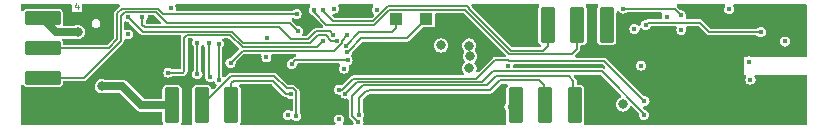
<source format=gbr>
%TF.GenerationSoftware,KiCad,Pcbnew,8.0.4*%
%TF.CreationDate,2024-09-10T00:37:33+02:00*%
%TF.ProjectId,ESP32_PICO_LED,45535033-325f-4504-9943-4f5f4c45442e,rev?*%
%TF.SameCoordinates,Original*%
%TF.FileFunction,Copper,L4,Bot*%
%TF.FilePolarity,Positive*%
%FSLAX46Y46*%
G04 Gerber Fmt 4.6, Leading zero omitted, Abs format (unit mm)*
G04 Created by KiCad (PCBNEW 8.0.4) date 2024-09-10 00:37:33*
%MOMM*%
%LPD*%
G01*
G04 APERTURE LIST*
G04 Aperture macros list*
%AMRoundRect*
0 Rectangle with rounded corners*
0 $1 Rounding radius*
0 $2 $3 $4 $5 $6 $7 $8 $9 X,Y pos of 4 corners*
0 Add a 4 corners polygon primitive as box body*
4,1,4,$2,$3,$4,$5,$6,$7,$8,$9,$2,$3,0*
0 Add four circle primitives for the rounded corners*
1,1,$1+$1,$2,$3*
1,1,$1+$1,$4,$5*
1,1,$1+$1,$6,$7*
1,1,$1+$1,$8,$9*
0 Add four rect primitives between the rounded corners*
20,1,$1+$1,$2,$3,$4,$5,0*
20,1,$1+$1,$4,$5,$6,$7,0*
20,1,$1+$1,$6,$7,$8,$9,0*
20,1,$1+$1,$8,$9,$2,$3,0*%
G04 Aperture macros list end*
%ADD10C,0.090000*%
%TA.AperFunction,NonConductor*%
%ADD11C,0.090000*%
%TD*%
%TA.AperFunction,ComponentPad*%
%ADD12C,0.500000*%
%TD*%
%TA.AperFunction,SMDPad,CuDef*%
%ADD13R,1.000000X1.000000*%
%TD*%
%TA.AperFunction,SMDPad,CuDef*%
%ADD14RoundRect,0.183824X-0.441176X1.316176X-0.441176X-1.316176X0.441176X-1.316176X0.441176X1.316176X0*%
%TD*%
%TA.AperFunction,SMDPad,CuDef*%
%ADD15RoundRect,0.183824X0.441176X-1.316176X0.441176X1.316176X-0.441176X1.316176X-0.441176X-1.316176X0*%
%TD*%
%TA.AperFunction,SMDPad,CuDef*%
%ADD16RoundRect,0.183824X1.316176X0.441176X-1.316176X0.441176X-1.316176X-0.441176X1.316176X-0.441176X0*%
%TD*%
%TA.AperFunction,ViaPad*%
%ADD17C,0.450000*%
%TD*%
%TA.AperFunction,ViaPad*%
%ADD18C,0.800000*%
%TD*%
%TA.AperFunction,Conductor*%
%ADD19C,0.700000*%
%TD*%
%TA.AperFunction,Conductor*%
%ADD20C,0.152400*%
%TD*%
%TA.AperFunction,Conductor*%
%ADD21C,0.156464*%
%TD*%
G04 APERTURE END LIST*
D10*
D11*
X111222543Y-75950796D02*
X111222543Y-76284129D01*
X111103495Y-75760320D02*
X110984448Y-76117462D01*
X110984448Y-76117462D02*
X111293971Y-76117462D01*
D12*
%TO.P,U5,33,GND*%
%TO.N,GND*%
X166300000Y-79750000D03*
X165600000Y-80450000D03*
X165600000Y-79050000D03*
X164900000Y-79750000D03*
%TD*%
D13*
%TO.P,J3,1,Pin_1*%
%TO.N,SWCLK*%
X140740000Y-77100000D03*
%TD*%
D14*
%TO.P,J4,1,Pin_1*%
%TO.N,+5V*%
X148290000Y-84410000D03*
%TO.P,J4,2,Pin_2*%
%TO.N,LED_4_D*%
X150790000Y-84410000D03*
%TO.P,J4,3,Pin_3*%
%TO.N,LED_4_C*%
X153290000Y-84410000D03*
%TO.P,J4,4,Pin_4*%
%TO.N,GND*%
X155790000Y-84410000D03*
%TD*%
%TO.P,J7,1,Pin_1*%
%TO.N,+5V*%
X119210000Y-84400000D03*
%TO.P,J7,2,Pin_2*%
%TO.N,LED_3_D*%
X121710000Y-84400000D03*
%TO.P,J7,3,Pin_3*%
%TO.N,LED_3_C*%
X124210000Y-84400000D03*
%TO.P,J7,4,Pin_4*%
%TO.N,GND*%
X126710000Y-84400000D03*
%TD*%
D13*
%TO.P,J8,1,Pin_1*%
%TO.N,SWDIO*%
X138200000Y-77100000D03*
%TD*%
%TO.P,J5,1,Pin_1*%
%TO.N,GND*%
X143400000Y-77100000D03*
%TD*%
D15*
%TO.P,J6,1,Pin_1*%
%TO.N,+5V*%
X156000000Y-77600000D03*
%TO.P,J6,2,Pin_2*%
%TO.N,LED_2_D*%
X153500000Y-77600000D03*
%TO.P,J6,3,Pin_3*%
%TO.N,LED_2_C*%
X151000000Y-77600000D03*
%TO.P,J6,4,Pin_4*%
%TO.N,GND*%
X148500000Y-77600000D03*
%TD*%
D16*
%TO.P,J9,1,Pin_1*%
%TO.N,+5V*%
X108250000Y-77050000D03*
%TO.P,J9,2,Pin_2*%
%TO.N,LED_1_D*%
X108250000Y-79550000D03*
%TO.P,J9,3,Pin_3*%
%TO.N,LED_1_C*%
X108250000Y-82050000D03*
%TO.P,J9,4,Pin_4*%
%TO.N,GND*%
X108250000Y-84550000D03*
%TD*%
D17*
%TO.N,GND*%
X138280000Y-79650000D03*
X158710000Y-79950000D03*
X120400000Y-82300000D03*
X154720000Y-81070000D03*
X145600000Y-76175000D03*
X131240000Y-85560000D03*
X134040000Y-82030000D03*
X172650000Y-79310000D03*
X172190000Y-82030000D03*
X171620000Y-82030000D03*
X170520000Y-85560000D03*
X110123320Y-76354946D03*
X113150000Y-84550000D03*
X171770000Y-79990000D03*
X171170000Y-80010000D03*
X138420000Y-84840000D03*
X170390000Y-79980000D03*
X125180000Y-80970000D03*
X140280000Y-81000000D03*
X117404732Y-78833694D03*
X154760000Y-78540000D03*
X172750000Y-82050000D03*
X168250000Y-77100000D03*
X126990000Y-76180000D03*
X126160000Y-84130000D03*
X146700000Y-76325000D03*
X172650000Y-78560000D03*
X165550000Y-85848000D03*
X119400000Y-78950000D03*
X170840000Y-82380000D03*
X129450000Y-76052000D03*
X172000000Y-83420000D03*
X117493254Y-77350000D03*
X134410000Y-76570000D03*
%TO.N,+3.3V*%
X133350000Y-85600000D03*
X166370000Y-76270000D03*
X162320000Y-78010000D03*
X168050000Y-80700008D03*
X136554016Y-76315416D03*
X115450000Y-78400000D03*
X171110000Y-79000000D03*
X129000000Y-85240000D03*
X168170000Y-82220000D03*
X158930000Y-81040000D03*
X133780000Y-81300000D03*
D18*
X144350000Y-79350000D03*
D17*
X132890000Y-76210000D03*
X158350000Y-77940000D03*
X119092049Y-76191350D03*
D18*
X144450000Y-80250000D03*
X144375007Y-81266134D03*
D17*
X127186992Y-80346992D03*
X127230000Y-78680000D03*
X147642862Y-81066800D03*
X161080000Y-76900000D03*
D18*
%TO.N,+5V*%
X113249964Y-82800000D03*
D17*
X147775000Y-84524996D03*
D18*
X141975742Y-79337407D03*
X157400000Y-84325000D03*
X156000000Y-77600000D03*
X111225000Y-78200000D03*
D17*
X148425000Y-84600000D03*
%TO.N,MIC_PDM_DATA*%
X133132462Y-78947394D03*
X115508609Y-76928114D03*
%TO.N,SWCLK*%
X134038827Y-79930196D03*
%TO.N,SWDIO*%
X133914296Y-79366212D03*
%TO.N,/esp32_wifi_section/IO9*%
X157390000Y-76210000D03*
X162320000Y-76800000D03*
%TO.N,MIC_PDM_CLK*%
X132850002Y-78415000D03*
X116691497Y-76928200D03*
%TO.N,BUTTON*%
X118890740Y-81629313D03*
X132000000Y-78947998D03*
%TO.N,QSPI_SD0*%
X123150000Y-79200000D03*
X123190000Y-82258928D03*
%TO.N,QSPI_SD3*%
X121340000Y-81760000D03*
X121340000Y-79100000D03*
%TO.N,Net-(U3-VREG_VOUT)*%
X129325000Y-80905000D03*
X134060450Y-80580306D03*
%TO.N,QSPI_CLK*%
X122290000Y-79140000D03*
X122430000Y-81990000D03*
%TO.N,/UART1_RX*%
X133860743Y-83414319D03*
X159150000Y-85200000D03*
%TO.N,Net-(U5-CHIP_EN)*%
X159290000Y-77590000D03*
X169050000Y-78200000D03*
%TO.N,Net-(U3-RUN)*%
X124150000Y-80800000D03*
X134050000Y-78450000D03*
%TO.N,/UART1_TX*%
X159200000Y-84050000D03*
X133350000Y-83071800D03*
%TO.N,LED_1_C*%
X129869818Y-78124166D03*
%TO.N,LED_1_D*%
X129748119Y-76676145D03*
%TO.N,LED_2_C*%
X132000000Y-76300000D03*
%TO.N,LED_2_D*%
X131196601Y-76331033D03*
%TO.N,LED_4_C*%
X134980000Y-85841402D03*
%TO.N,LED_4_D*%
X135060000Y-85200000D03*
%TO.N,LED_3_D*%
X129725002Y-85334998D03*
%TO.N,LED_3_C*%
X129241800Y-83433837D03*
%TD*%
D19*
%TO.N,GND*%
X148550000Y-77450000D02*
X148550000Y-77302524D01*
%TO.N,+5V*%
X115000000Y-82800000D02*
X116600000Y-84400000D01*
X113249964Y-82800000D02*
X115000000Y-82800000D01*
X108250000Y-77050000D02*
X109400000Y-78200000D01*
X119210000Y-84400000D02*
X116600000Y-84400000D01*
X109400000Y-78200000D02*
X111225000Y-78200000D01*
D20*
%TO.N,MIC_PDM_DATA*%
X124243988Y-78155984D02*
X125238004Y-79150000D01*
X116736479Y-78155984D02*
X124243988Y-78155984D01*
X115508609Y-76928114D02*
X116736479Y-78155984D01*
X131550000Y-78450000D02*
X132200000Y-78450000D01*
X125238004Y-79150000D02*
X130850000Y-79150000D01*
X130850000Y-79150000D02*
X131550000Y-78450000D01*
X132200000Y-78450000D02*
X132697394Y-78947394D01*
X132697394Y-78947394D02*
X133132462Y-78947394D01*
D21*
%TO.N,SWCLK*%
X140740000Y-77100000D02*
X139100000Y-78740000D01*
X139100000Y-78740000D02*
X135229024Y-78740000D01*
X135229024Y-78740000D02*
X134264512Y-79704512D01*
X134264512Y-79704512D02*
X134038827Y-79930196D01*
%TO.N,SWDIO*%
X137820000Y-78230000D02*
X135050508Y-78230000D01*
X138200000Y-77100000D02*
X138200000Y-77850000D01*
X138200000Y-77850000D02*
X137820000Y-78230000D01*
X135050508Y-78230000D02*
X133914296Y-79366212D01*
D20*
%TO.N,/esp32_wifi_section/IO9*%
X161780000Y-76260000D02*
X162320000Y-76800000D01*
X157390000Y-76210000D02*
X157440000Y-76260000D01*
X157440000Y-76260000D02*
X161780000Y-76260000D01*
%TO.N,MIC_PDM_CLK*%
X129290000Y-78800000D02*
X130700000Y-78800000D01*
X131370600Y-78129400D02*
X132564402Y-78129400D01*
X132564402Y-78129400D02*
X132850002Y-78415000D01*
X128290000Y-77800000D02*
X129290000Y-78800000D01*
X130700000Y-78800000D02*
X131370600Y-78129400D01*
X116691497Y-77591497D02*
X116900000Y-77800000D01*
X116900000Y-77800000D02*
X128290000Y-77800000D01*
X116691497Y-76928200D02*
X116691497Y-77591497D01*
D21*
%TO.N,BUTTON*%
X120240000Y-78670000D02*
X120460000Y-78450000D01*
X125190000Y-79500000D02*
X131447998Y-79500000D01*
X120090687Y-81629313D02*
X120240000Y-81480000D01*
X120240000Y-81480000D02*
X120240000Y-78670000D01*
X124140000Y-78450000D02*
X125190000Y-79500000D01*
X118890740Y-81629313D02*
X120090687Y-81629313D01*
X120460000Y-78450000D02*
X123270000Y-78450000D01*
X131447998Y-79500000D02*
X132000000Y-78947998D01*
X123190000Y-78450000D02*
X124140000Y-78450000D01*
%TO.N,QSPI_SD0*%
X123190000Y-82258928D02*
X123150000Y-82218928D01*
X123150000Y-82218928D02*
X123150000Y-79200000D01*
%TO.N,QSPI_SD3*%
X121340000Y-81760000D02*
X121340000Y-79100000D01*
D20*
%TO.N,Net-(U3-VREG_VOUT)*%
X129649694Y-80580306D02*
X129325000Y-80905000D01*
X134060450Y-80580306D02*
X129649694Y-80580306D01*
D21*
%TO.N,QSPI_CLK*%
X122430000Y-81990000D02*
X122290000Y-81850000D01*
X122290000Y-81850000D02*
X122290000Y-79140000D01*
D20*
%TO.N,/UART1_RX*%
X134845662Y-82429400D02*
X133860743Y-83414319D01*
X159150000Y-85200000D02*
X159150000Y-85110000D01*
X145440000Y-82420000D02*
X145440000Y-82429400D01*
X145440000Y-82429400D02*
X134845662Y-82429400D01*
X146340000Y-81520000D02*
X145440000Y-82420000D01*
X155560000Y-81520000D02*
X146340000Y-81520000D01*
X159150000Y-85110000D02*
X155560000Y-81520000D01*
D21*
%TO.N,Net-(U5-CHIP_EN)*%
X163910000Y-77410000D02*
X159470000Y-77410000D01*
X164700000Y-78200000D02*
X163910000Y-77410000D01*
X169050000Y-78200000D02*
X164700000Y-78200000D01*
X159470000Y-77410000D02*
X159290000Y-77590000D01*
D20*
%TO.N,Net-(U3-RUN)*%
X133560662Y-79124761D02*
X133560662Y-78939338D01*
X125168568Y-79781432D02*
X132903991Y-79781432D01*
X133560662Y-78939338D02*
X134050000Y-78450000D01*
X132903991Y-79781432D02*
X133560662Y-79124761D01*
X124150000Y-80800000D02*
X125168568Y-79781432D01*
%TO.N,/UART1_TX*%
X133350000Y-83071800D02*
X133603767Y-83071800D01*
X147721400Y-80590000D02*
X147770000Y-80638600D01*
X146520000Y-80590000D02*
X147721400Y-80590000D01*
X155788600Y-80638600D02*
X159200000Y-84050000D01*
X134528200Y-82147367D02*
X144962633Y-82147367D01*
X144962633Y-82147367D02*
X146520000Y-80590000D01*
X147770000Y-80638600D02*
X155788600Y-80638600D01*
X133603767Y-83071800D02*
X134528200Y-82147367D01*
X159250000Y-84050000D02*
X159200000Y-84050000D01*
%TO.N,LED_1_C*%
X117800000Y-76500000D02*
X118750000Y-77450000D01*
X108250000Y-82050000D02*
X111735132Y-82050000D01*
X118750000Y-77450000D02*
X129195652Y-77450000D01*
X129195652Y-77450000D02*
X129869818Y-78124166D01*
X111735132Y-82050000D02*
X114839400Y-78945732D01*
X114839400Y-76880600D02*
X115220000Y-76500000D01*
X115220000Y-76500000D02*
X117800000Y-76500000D01*
X114839400Y-78945732D02*
X114839400Y-76880600D01*
%TO.N,LED_1_D*%
X113840000Y-79550000D02*
X114560000Y-78830000D01*
X114560000Y-78830000D02*
X114560000Y-76620000D01*
X108250000Y-79550000D02*
X113840000Y-79550000D01*
X118457176Y-76657176D02*
X129729150Y-76657176D01*
X129729150Y-76657176D02*
X129748119Y-76676145D01*
X114959400Y-76220600D02*
X118020600Y-76220600D01*
X114560000Y-76620000D02*
X114959400Y-76220600D01*
X118020600Y-76220600D02*
X118457176Y-76657176D01*
%TO.N,LED_2_C*%
X144329400Y-76231068D02*
X147868932Y-79770600D01*
X132000000Y-76450000D02*
X132845600Y-77295600D01*
X151000000Y-79375000D02*
X151000000Y-77600000D01*
X137502869Y-75995600D02*
X144165731Y-75995600D01*
X144329400Y-76159269D02*
X144329400Y-76231068D01*
X132845600Y-77295600D02*
X136202869Y-77295600D01*
X147868932Y-79770600D02*
X150604400Y-79770600D01*
X150604400Y-79770600D02*
X151000000Y-79375000D01*
X136202869Y-77295600D02*
X137502869Y-75995600D01*
X144165731Y-75995600D02*
X144329400Y-76159269D01*
X132000000Y-76300000D02*
X132000000Y-76450000D01*
%TO.N,LED_2_D*%
X144003200Y-76300000D02*
X147753200Y-80050000D01*
X132275000Y-77575000D02*
X136318600Y-77575000D01*
X131196601Y-76496601D02*
X132275000Y-77575000D01*
X153050000Y-80050000D02*
X153500000Y-79600000D01*
X131196601Y-76331033D02*
X131196601Y-76496601D01*
X153500000Y-79600000D02*
X153500000Y-77600000D01*
X147753200Y-80050000D02*
X153050000Y-80050000D01*
X136318600Y-77575000D02*
X137593600Y-76300000D01*
X137593600Y-76300000D02*
X144003200Y-76300000D01*
%TO.N,LED_4_C*%
X145850000Y-82720000D02*
X146620000Y-81950000D01*
X152820000Y-81950000D02*
X153180000Y-82310000D01*
X134420000Y-85281402D02*
X134420000Y-83650000D01*
X134980000Y-85841402D02*
X134420000Y-85281402D01*
X135350000Y-82720000D02*
X145850000Y-82720000D01*
X146620000Y-81950000D02*
X152820000Y-81950000D01*
X134420000Y-83650000D02*
X135350000Y-82720000D01*
X153180000Y-82310000D02*
X153180000Y-84430000D01*
%TO.N,LED_4_D*%
X150290000Y-82300000D02*
X146960000Y-82300000D01*
X146960000Y-82300000D02*
X146130000Y-83130000D01*
X135660000Y-83220000D02*
X135060000Y-83820000D01*
X135850000Y-83130000D02*
X135760000Y-83220000D01*
X135760000Y-83220000D02*
X135660000Y-83220000D01*
X135060000Y-83820000D02*
X135060000Y-85200000D01*
X146130000Y-83130000D02*
X135850000Y-83130000D01*
X150680000Y-82690000D02*
X150290000Y-82300000D01*
X150680000Y-84430000D02*
X150680000Y-82690000D01*
%TO.N,LED_3_D*%
X129725002Y-85334998D02*
X129725002Y-83235002D01*
X124200000Y-81910000D02*
X123105000Y-83005000D01*
X121710000Y-84400000D02*
X121710000Y-83310000D01*
X127830000Y-81910000D02*
X124200000Y-81910000D01*
X123070000Y-83040000D02*
X121710000Y-84400000D01*
X129460000Y-82970000D02*
X128890000Y-82970000D01*
X128890000Y-82970000D02*
X127830000Y-81910000D01*
X129725002Y-83235002D02*
X129460000Y-82970000D01*
%TO.N,LED_3_C*%
X129241800Y-83433837D02*
X128833837Y-83433837D01*
X124420000Y-82330000D02*
X124210000Y-82540000D01*
X124210000Y-82540000D02*
X124210000Y-84400000D01*
X127730000Y-82330000D02*
X124420000Y-82330000D01*
X128833837Y-83433837D02*
X127730000Y-82330000D01*
%TD*%
%TA.AperFunction,Conductor*%
%TO.N,GND*%
G36*
X115296390Y-77297533D02*
G01*
X115375483Y-77337833D01*
X115375485Y-77337833D01*
X115375487Y-77337834D01*
X115375485Y-77337834D01*
X115515737Y-77360047D01*
X115578872Y-77389976D01*
X115584021Y-77394839D01*
X116515064Y-78325882D01*
X116566581Y-78377399D01*
X116594702Y-78393635D01*
X116629676Y-78413828D01*
X116678016Y-78426780D01*
X116700051Y-78432684D01*
X116772907Y-78432684D01*
X119853424Y-78432684D01*
X119920463Y-78452369D01*
X119966218Y-78505173D01*
X119976162Y-78574331D01*
X119973199Y-78588777D01*
X119961268Y-78633304D01*
X119961268Y-81226581D01*
X119941583Y-81293620D01*
X119888779Y-81339375D01*
X119837268Y-81350581D01*
X119265118Y-81350581D01*
X119198079Y-81330896D01*
X119177436Y-81314261D01*
X119143964Y-81280788D01*
X119143961Y-81280786D01*
X119143960Y-81280785D01*
X119023866Y-81219594D01*
X119023864Y-81219593D01*
X119023861Y-81219592D01*
X118890742Y-81198509D01*
X118890738Y-81198509D01*
X118757618Y-81219592D01*
X118757614Y-81219593D01*
X118757614Y-81219594D01*
X118743901Y-81226581D01*
X118637518Y-81280786D01*
X118637514Y-81280789D01*
X118542216Y-81376087D01*
X118542213Y-81376091D01*
X118542212Y-81376093D01*
X118492682Y-81473302D01*
X118481019Y-81496191D01*
X118459936Y-81629310D01*
X118459936Y-81629315D01*
X118481019Y-81762434D01*
X118481020Y-81762437D01*
X118481021Y-81762439D01*
X118542212Y-81882533D01*
X118542213Y-81882534D01*
X118542216Y-81882538D01*
X118637514Y-81977836D01*
X118637518Y-81977839D01*
X118637520Y-81977841D01*
X118757614Y-82039032D01*
X118757616Y-82039032D01*
X118757618Y-82039033D01*
X118890738Y-82060117D01*
X118890740Y-82060117D01*
X118890742Y-82060117D01*
X119023861Y-82039033D01*
X119023861Y-82039032D01*
X119023866Y-82039032D01*
X119143960Y-81977841D01*
X119177436Y-81944365D01*
X119238758Y-81910879D01*
X119265118Y-81908045D01*
X120127381Y-81908045D01*
X120127383Y-81908045D01*
X120198274Y-81889050D01*
X120261832Y-81852354D01*
X120463041Y-81651146D01*
X120484226Y-81614450D01*
X120499737Y-81587586D01*
X120518732Y-81516696D01*
X120518732Y-78852732D01*
X120538417Y-78785693D01*
X120591221Y-78739938D01*
X120642732Y-78728732D01*
X120849271Y-78728732D01*
X120916310Y-78748417D01*
X120962065Y-78801221D01*
X120972009Y-78870379D01*
X120959756Y-78909026D01*
X120930279Y-78966876D01*
X120909196Y-79099997D01*
X120909196Y-79100002D01*
X120930279Y-79233121D01*
X120930280Y-79233124D01*
X120930281Y-79233126D01*
X120991472Y-79353220D01*
X120991473Y-79353221D01*
X120991475Y-79353224D01*
X121024948Y-79386696D01*
X121058434Y-79448018D01*
X121061268Y-79474378D01*
X121061268Y-81385621D01*
X121041583Y-81452660D01*
X121024949Y-81473302D01*
X120991476Y-81506774D01*
X120991473Y-81506778D01*
X120930279Y-81626878D01*
X120909196Y-81759997D01*
X120909196Y-81760002D01*
X120930279Y-81893121D01*
X120930280Y-81893124D01*
X120930281Y-81893126D01*
X120991472Y-82013220D01*
X120991473Y-82013221D01*
X120991476Y-82013225D01*
X121086774Y-82108523D01*
X121086778Y-82108526D01*
X121086780Y-82108528D01*
X121206874Y-82169719D01*
X121206876Y-82169719D01*
X121206878Y-82169720D01*
X121339998Y-82190804D01*
X121340000Y-82190804D01*
X121340002Y-82190804D01*
X121473121Y-82169720D01*
X121473121Y-82169719D01*
X121473126Y-82169719D01*
X121593220Y-82108528D01*
X121688528Y-82013220D01*
X121749719Y-81893126D01*
X121750365Y-81889047D01*
X121764795Y-81797943D01*
X121782742Y-81760081D01*
X121768291Y-81737594D01*
X121764795Y-81722057D01*
X121749720Y-81626878D01*
X121749719Y-81626876D01*
X121749719Y-81626874D01*
X121688528Y-81506780D01*
X121688526Y-81506778D01*
X121688523Y-81506774D01*
X121655051Y-81473302D01*
X121621566Y-81411979D01*
X121618732Y-81385621D01*
X121618732Y-79474378D01*
X121638417Y-79407339D01*
X121655052Y-79386696D01*
X121688524Y-79353224D01*
X121688528Y-79353220D01*
X121694324Y-79341843D01*
X121742296Y-79291048D01*
X121810116Y-79274251D01*
X121876252Y-79296786D01*
X121915292Y-79341840D01*
X121941472Y-79393220D01*
X121941474Y-79393222D01*
X121941475Y-79393224D01*
X121974948Y-79426696D01*
X122008434Y-79488018D01*
X122011268Y-79514378D01*
X122011268Y-81702659D01*
X121993468Y-81763277D01*
X122010245Y-81801447D01*
X122011268Y-81817340D01*
X122011268Y-81894824D01*
X122010723Y-81894824D01*
X122010402Y-81919243D01*
X121999196Y-81989996D01*
X121999196Y-81990002D01*
X122020279Y-82123121D01*
X122020280Y-82123124D01*
X122020281Y-82123126D01*
X122081472Y-82243220D01*
X122081473Y-82243221D01*
X122081476Y-82243225D01*
X122176774Y-82338523D01*
X122176778Y-82338526D01*
X122176780Y-82338528D01*
X122296874Y-82399719D01*
X122296876Y-82399719D01*
X122296878Y-82399720D01*
X122429998Y-82420804D01*
X122430000Y-82420804D01*
X122430002Y-82420804D01*
X122563121Y-82399720D01*
X122563121Y-82399719D01*
X122563126Y-82399719D01*
X122628142Y-82366591D01*
X122696808Y-82353696D01*
X122761548Y-82379972D01*
X122794918Y-82420780D01*
X122841472Y-82512148D01*
X122841474Y-82512150D01*
X122841476Y-82512153D01*
X122936323Y-82607000D01*
X122969808Y-82668323D01*
X122964824Y-82738015D01*
X122936324Y-82782361D01*
X122900102Y-82818584D01*
X122720126Y-82998560D01*
X122658803Y-83032045D01*
X122589111Y-83027061D01*
X122533178Y-82985189D01*
X122521045Y-82965340D01*
X122468282Y-82857414D01*
X122468282Y-82857413D01*
X122377586Y-82766717D01*
X122377583Y-82766715D01*
X122262357Y-82710385D01*
X122262355Y-82710384D01*
X122262354Y-82710384D01*
X122187650Y-82699500D01*
X121232350Y-82699500D01*
X121157646Y-82710384D01*
X121157644Y-82710384D01*
X121157642Y-82710385D01*
X121042416Y-82766715D01*
X121042413Y-82766717D01*
X120951717Y-82857413D01*
X120951715Y-82857416D01*
X120895385Y-82972642D01*
X120895384Y-82972644D01*
X120895384Y-82972646D01*
X120884500Y-83047350D01*
X120884500Y-85752650D01*
X120895384Y-85827354D01*
X120895384Y-85827355D01*
X120895385Y-85827357D01*
X120927984Y-85894040D01*
X120939744Y-85962913D01*
X120912400Y-86027210D01*
X120854636Y-86066517D01*
X120816584Y-86072500D01*
X120103416Y-86072500D01*
X120036377Y-86052815D01*
X119990622Y-86000011D01*
X119980678Y-85930853D01*
X119992016Y-85894040D01*
X120017750Y-85841399D01*
X120024616Y-85827354D01*
X120035500Y-85752650D01*
X120035500Y-83047350D01*
X120024616Y-82972646D01*
X120008008Y-82938674D01*
X119968284Y-82857416D01*
X119968282Y-82857413D01*
X119877586Y-82766717D01*
X119877583Y-82766715D01*
X119762357Y-82710385D01*
X119762355Y-82710384D01*
X119762354Y-82710384D01*
X119687650Y-82699500D01*
X118732350Y-82699500D01*
X118657646Y-82710384D01*
X118657644Y-82710384D01*
X118657642Y-82710385D01*
X118542416Y-82766715D01*
X118542413Y-82766717D01*
X118451717Y-82857413D01*
X118451715Y-82857416D01*
X118395385Y-82972642D01*
X118395384Y-82972644D01*
X118395384Y-82972646D01*
X118384500Y-83047350D01*
X118384500Y-83047355D01*
X118384500Y-83725500D01*
X118364815Y-83792539D01*
X118312011Y-83838294D01*
X118260500Y-83849500D01*
X116879387Y-83849500D01*
X116812348Y-83829815D01*
X116791706Y-83813181D01*
X115338016Y-82359491D01*
X115338015Y-82359490D01*
X115212485Y-82287016D01*
X115212480Y-82287014D01*
X115154263Y-82271414D01*
X115154263Y-82271415D01*
X115113368Y-82260457D01*
X115072475Y-82249500D01*
X115072474Y-82249500D01*
X113514787Y-82249500D01*
X113467334Y-82240061D01*
X113406726Y-82214956D01*
X113406724Y-82214955D01*
X113249965Y-82194318D01*
X113249963Y-82194318D01*
X113093203Y-82214955D01*
X113093201Y-82214956D01*
X112947124Y-82275463D01*
X112821682Y-82371718D01*
X112725427Y-82497160D01*
X112664920Y-82643237D01*
X112664919Y-82643239D01*
X112644282Y-82799998D01*
X112644282Y-82800001D01*
X112664919Y-82956760D01*
X112664920Y-82956762D01*
X112709795Y-83065101D01*
X112725428Y-83102841D01*
X112821682Y-83228282D01*
X112947123Y-83324536D01*
X113093202Y-83385044D01*
X113137349Y-83390856D01*
X113249963Y-83405682D01*
X113249964Y-83405682D01*
X113249965Y-83405682D01*
X113302218Y-83398802D01*
X113406726Y-83385044D01*
X113467334Y-83359938D01*
X113514787Y-83350500D01*
X114720613Y-83350500D01*
X114787652Y-83370185D01*
X114808294Y-83386819D01*
X116261985Y-84840510D01*
X116261987Y-84840511D01*
X116261991Y-84840514D01*
X116350247Y-84891468D01*
X116350250Y-84891469D01*
X116350255Y-84891472D01*
X116387515Y-84912984D01*
X116527525Y-84950500D01*
X116527526Y-84950500D01*
X116672474Y-84950500D01*
X118260500Y-84950500D01*
X118327539Y-84970185D01*
X118373294Y-85022989D01*
X118384500Y-85074500D01*
X118384500Y-85752650D01*
X118395384Y-85827354D01*
X118395384Y-85827355D01*
X118395385Y-85827357D01*
X118427984Y-85894040D01*
X118439744Y-85962913D01*
X118412400Y-86027210D01*
X118354636Y-86066517D01*
X118316584Y-86072500D01*
X106501500Y-86072500D01*
X106434461Y-86052815D01*
X106388706Y-86000011D01*
X106377500Y-85948500D01*
X106377500Y-82764238D01*
X106397185Y-82697199D01*
X106449989Y-82651444D01*
X106519147Y-82641500D01*
X106582703Y-82670525D01*
X106612901Y-82709779D01*
X106616717Y-82717586D01*
X106707413Y-82808282D01*
X106707416Y-82808284D01*
X106807912Y-82857413D01*
X106822646Y-82864616D01*
X106897350Y-82875500D01*
X106897356Y-82875500D01*
X109602644Y-82875500D01*
X109602650Y-82875500D01*
X109677354Y-82864616D01*
X109734970Y-82836449D01*
X109792583Y-82808284D01*
X109792586Y-82808282D01*
X109883282Y-82717586D01*
X109883284Y-82717583D01*
X109915930Y-82650804D01*
X109939616Y-82602354D01*
X109950500Y-82527650D01*
X109950500Y-82450700D01*
X109970185Y-82383661D01*
X110022989Y-82337906D01*
X110074500Y-82326700D01*
X111771560Y-82326700D01*
X111771565Y-82326699D01*
X111841935Y-82307844D01*
X111841936Y-82307844D01*
X111898017Y-82275464D01*
X111905030Y-82271415D01*
X115060815Y-79115630D01*
X115085801Y-79072355D01*
X115097244Y-79052536D01*
X115097244Y-79052535D01*
X115116099Y-78982165D01*
X115116100Y-78982159D01*
X115116100Y-78909768D01*
X115135785Y-78842729D01*
X115188589Y-78796974D01*
X115257747Y-78787030D01*
X115296389Y-78799281D01*
X115316874Y-78809719D01*
X115316876Y-78809719D01*
X115316878Y-78809720D01*
X115449998Y-78830804D01*
X115450000Y-78830804D01*
X115450002Y-78830804D01*
X115583121Y-78809720D01*
X115583121Y-78809719D01*
X115583126Y-78809719D01*
X115703220Y-78748528D01*
X115798528Y-78653220D01*
X115859719Y-78533126D01*
X115861724Y-78520466D01*
X115880804Y-78400002D01*
X115880804Y-78399997D01*
X115859720Y-78266878D01*
X115859719Y-78266876D01*
X115859719Y-78266874D01*
X115798528Y-78146780D01*
X115798526Y-78146778D01*
X115798523Y-78146774D01*
X115703225Y-78051476D01*
X115703221Y-78051473D01*
X115703220Y-78051472D01*
X115583126Y-77990281D01*
X115583124Y-77990280D01*
X115583121Y-77990279D01*
X115450002Y-77969196D01*
X115449998Y-77969196D01*
X115316876Y-77990279D01*
X115296394Y-78000716D01*
X115227724Y-78013612D01*
X115162984Y-77987335D01*
X115122728Y-77930228D01*
X115116100Y-77890231D01*
X115116100Y-77408019D01*
X115135785Y-77340980D01*
X115188589Y-77295225D01*
X115257747Y-77285281D01*
X115296390Y-77297533D01*
G37*
%TD.AperFunction*%
%TA.AperFunction,Conductor*%
G36*
X143904264Y-76596385D02*
G01*
X143924906Y-76613019D01*
X147413505Y-80101619D01*
X147446990Y-80162942D01*
X147442006Y-80232634D01*
X147400134Y-80288567D01*
X147334670Y-80312984D01*
X147325824Y-80313300D01*
X146483568Y-80313300D01*
X146413198Y-80332155D01*
X146413196Y-80332155D01*
X146350108Y-80368581D01*
X146350099Y-80368587D01*
X145163449Y-81555237D01*
X145102126Y-81588722D01*
X145032434Y-81583738D01*
X144976501Y-81541866D01*
X144952084Y-81476402D01*
X144959420Y-81431141D01*
X144957947Y-81430747D01*
X144960049Y-81422899D01*
X144960051Y-81422896D01*
X144976230Y-81300002D01*
X144980689Y-81266135D01*
X144980689Y-81266132D01*
X144960051Y-81109373D01*
X144960051Y-81109372D01*
X144899543Y-80963293D01*
X144829499Y-80872009D01*
X144804306Y-80806842D01*
X144818344Y-80738397D01*
X144852388Y-80698150D01*
X144878282Y-80678282D01*
X144974536Y-80552841D01*
X145035044Y-80406762D01*
X145050378Y-80290288D01*
X145055682Y-80250001D01*
X145055682Y-80249998D01*
X145039003Y-80123311D01*
X145035044Y-80093238D01*
X144974536Y-79947159D01*
X144878282Y-79821718D01*
X144878279Y-79821716D01*
X144873334Y-79815271D01*
X144874804Y-79814142D01*
X144846249Y-79761847D01*
X144851233Y-79692155D01*
X144869039Y-79660003D01*
X144874536Y-79652841D01*
X144935044Y-79506762D01*
X144949401Y-79397710D01*
X144955682Y-79350001D01*
X144955682Y-79349998D01*
X144936095Y-79201223D01*
X144935044Y-79193238D01*
X144874536Y-79047159D01*
X144778282Y-78921718D01*
X144652841Y-78825464D01*
X144623054Y-78813126D01*
X144506762Y-78764956D01*
X144506760Y-78764955D01*
X144350001Y-78744318D01*
X144349999Y-78744318D01*
X144193239Y-78764955D01*
X144193237Y-78764956D01*
X144047160Y-78825463D01*
X143921718Y-78921718D01*
X143825463Y-79047160D01*
X143764956Y-79193237D01*
X143764955Y-79193239D01*
X143744318Y-79349998D01*
X143744318Y-79350001D01*
X143764955Y-79506760D01*
X143764956Y-79506762D01*
X143818667Y-79636433D01*
X143825464Y-79652841D01*
X143921718Y-79778282D01*
X143921720Y-79778283D01*
X143926666Y-79784729D01*
X143925195Y-79785857D01*
X143953750Y-79838152D01*
X143948766Y-79907844D01*
X143930960Y-79939996D01*
X143925464Y-79947157D01*
X143864956Y-80093237D01*
X143864955Y-80093239D01*
X143844318Y-80249998D01*
X143844318Y-80250001D01*
X143864955Y-80406760D01*
X143864956Y-80406762D01*
X143925464Y-80552842D01*
X143995506Y-80644122D01*
X144020700Y-80709291D01*
X144006662Y-80777736D01*
X143972619Y-80817982D01*
X143946726Y-80837850D01*
X143850470Y-80963294D01*
X143789963Y-81109371D01*
X143789962Y-81109373D01*
X143769325Y-81266132D01*
X143769325Y-81266135D01*
X143789962Y-81422894D01*
X143789963Y-81422896D01*
X143850471Y-81568976D01*
X143928896Y-81671181D01*
X143954090Y-81736350D01*
X143940052Y-81804795D01*
X143891238Y-81854784D01*
X143830520Y-81870667D01*
X134491766Y-81870667D01*
X134421397Y-81889522D01*
X134358299Y-81925953D01*
X133638942Y-82645310D01*
X133577619Y-82678795D01*
X133507927Y-82673811D01*
X133494965Y-82668113D01*
X133483126Y-82662081D01*
X133483124Y-82662080D01*
X133350002Y-82640996D01*
X133349998Y-82640996D01*
X133216878Y-82662079D01*
X133096778Y-82723273D01*
X133096774Y-82723276D01*
X133001476Y-82818574D01*
X133001473Y-82818578D01*
X132940279Y-82938678D01*
X132919196Y-83071797D01*
X132919196Y-83071802D01*
X132940279Y-83204921D01*
X132940280Y-83204924D01*
X132940281Y-83204926D01*
X133001472Y-83325020D01*
X133001473Y-83325021D01*
X133001476Y-83325025D01*
X133096774Y-83420323D01*
X133096778Y-83420326D01*
X133096780Y-83420328D01*
X133216874Y-83481519D01*
X133216876Y-83481519D01*
X133216878Y-83481520D01*
X133349998Y-83502604D01*
X133352189Y-83502604D01*
X133354754Y-83503357D01*
X133359639Y-83504131D01*
X133359539Y-83504762D01*
X133419228Y-83522289D01*
X133462673Y-83570308D01*
X133512215Y-83667539D01*
X133512217Y-83667541D01*
X133512219Y-83667544D01*
X133607517Y-83762842D01*
X133607521Y-83762845D01*
X133607523Y-83762847D01*
X133727617Y-83824038D01*
X133727619Y-83824038D01*
X133727621Y-83824039D01*
X133860741Y-83845123D01*
X133860743Y-83845123D01*
X133860745Y-83845123D01*
X133999902Y-83823083D01*
X134069196Y-83832038D01*
X134122648Y-83877034D01*
X134143287Y-83943786D01*
X134143300Y-83945556D01*
X134143300Y-85317835D01*
X134162155Y-85388205D01*
X134162155Y-85388206D01*
X134198581Y-85451294D01*
X134198587Y-85451303D01*
X134513274Y-85765989D01*
X134546759Y-85827312D01*
X134548066Y-85834272D01*
X134563086Y-85929102D01*
X134554132Y-85998395D01*
X134509136Y-86051847D01*
X134442384Y-86072487D01*
X134440613Y-86072500D01*
X133778611Y-86072500D01*
X133711572Y-86052815D01*
X133665817Y-86000011D01*
X133655873Y-85930853D01*
X133684898Y-85867297D01*
X133690930Y-85860819D01*
X133698523Y-85853225D01*
X133698528Y-85853220D01*
X133759719Y-85733126D01*
X133772929Y-85649720D01*
X133780804Y-85600002D01*
X133780804Y-85599997D01*
X133759720Y-85466878D01*
X133759719Y-85466876D01*
X133759719Y-85466874D01*
X133698528Y-85346780D01*
X133698526Y-85346778D01*
X133698523Y-85346774D01*
X133603225Y-85251476D01*
X133603221Y-85251473D01*
X133603220Y-85251472D01*
X133483126Y-85190281D01*
X133483124Y-85190280D01*
X133483121Y-85190279D01*
X133350002Y-85169196D01*
X133349998Y-85169196D01*
X133216878Y-85190279D01*
X133216874Y-85190280D01*
X133216874Y-85190281D01*
X133194125Y-85201872D01*
X133096778Y-85251473D01*
X133096774Y-85251476D01*
X133001476Y-85346774D01*
X133001473Y-85346778D01*
X132940279Y-85466878D01*
X132919196Y-85599997D01*
X132919196Y-85600002D01*
X132940279Y-85733121D01*
X132940280Y-85733124D01*
X132940281Y-85733126D01*
X133001472Y-85853220D01*
X133001473Y-85853221D01*
X133001476Y-85853225D01*
X133009070Y-85860819D01*
X133042555Y-85922142D01*
X133037571Y-85991834D01*
X132995699Y-86047767D01*
X132930235Y-86072184D01*
X132921389Y-86072500D01*
X125103416Y-86072500D01*
X125036377Y-86052815D01*
X124990622Y-86000011D01*
X124980678Y-85930853D01*
X124992016Y-85894040D01*
X125017750Y-85841399D01*
X125024616Y-85827354D01*
X125035500Y-85752650D01*
X125035500Y-83047350D01*
X125024616Y-82972646D01*
X125008008Y-82938674D01*
X124968284Y-82857416D01*
X124968282Y-82857413D01*
X124929250Y-82818381D01*
X124895765Y-82757058D01*
X124900749Y-82687366D01*
X124942621Y-82631433D01*
X125008085Y-82607016D01*
X125016931Y-82606700D01*
X127564025Y-82606700D01*
X127631064Y-82626385D01*
X127651706Y-82643019D01*
X128612422Y-83603735D01*
X128663939Y-83655252D01*
X128685229Y-83667544D01*
X128727034Y-83691681D01*
X128797405Y-83710536D01*
X128797409Y-83710537D01*
X128865390Y-83710537D01*
X128932429Y-83730222D01*
X128953072Y-83746857D01*
X128988575Y-83782361D01*
X128988578Y-83782363D01*
X128988580Y-83782365D01*
X129108674Y-83843556D01*
X129108676Y-83843556D01*
X129108678Y-83843557D01*
X129241798Y-83864641D01*
X129241800Y-83864641D01*
X129241801Y-83864641D01*
X129256801Y-83862265D01*
X129304904Y-83854646D01*
X129374197Y-83863600D01*
X129427649Y-83908596D01*
X129448289Y-83975347D01*
X129448302Y-83977119D01*
X129448302Y-84789843D01*
X129428617Y-84856882D01*
X129375813Y-84902637D01*
X129306655Y-84912581D01*
X129262538Y-84894678D01*
X129261915Y-84895903D01*
X129253221Y-84891473D01*
X129253220Y-84891472D01*
X129133126Y-84830281D01*
X129133124Y-84830280D01*
X129133121Y-84830279D01*
X129000002Y-84809196D01*
X128999998Y-84809196D01*
X128866878Y-84830279D01*
X128866874Y-84830280D01*
X128866874Y-84830281D01*
X128746780Y-84891472D01*
X128746778Y-84891473D01*
X128746774Y-84891476D01*
X128651476Y-84986774D01*
X128651473Y-84986778D01*
X128590279Y-85106878D01*
X128569196Y-85239997D01*
X128569196Y-85240002D01*
X128590279Y-85373121D01*
X128590280Y-85373124D01*
X128590281Y-85373126D01*
X128651472Y-85493220D01*
X128651473Y-85493221D01*
X128651476Y-85493225D01*
X128746774Y-85588523D01*
X128746778Y-85588526D01*
X128746780Y-85588528D01*
X128866874Y-85649719D01*
X128866876Y-85649719D01*
X128866878Y-85649720D01*
X128999998Y-85670804D01*
X129000000Y-85670804D01*
X129000002Y-85670804D01*
X129133121Y-85649720D01*
X129133121Y-85649719D01*
X129133126Y-85649719D01*
X129253220Y-85588528D01*
X129253222Y-85588525D01*
X129254803Y-85587720D01*
X129323472Y-85574824D01*
X129388212Y-85601100D01*
X129398779Y-85610524D01*
X129471776Y-85683521D01*
X129471780Y-85683524D01*
X129471782Y-85683526D01*
X129591876Y-85744717D01*
X129591878Y-85744717D01*
X129591880Y-85744718D01*
X129725000Y-85765802D01*
X129725002Y-85765802D01*
X129725004Y-85765802D01*
X129858123Y-85744718D01*
X129858123Y-85744717D01*
X129858128Y-85744717D01*
X129978222Y-85683526D01*
X130073530Y-85588218D01*
X130134721Y-85468124D01*
X130134722Y-85468119D01*
X130155806Y-85335000D01*
X130155806Y-85334995D01*
X130134722Y-85201876D01*
X130134721Y-85201874D01*
X130134721Y-85201872D01*
X130073530Y-85081778D01*
X130073528Y-85081776D01*
X130073525Y-85081772D01*
X130038021Y-85046268D01*
X130004536Y-84984945D01*
X130001702Y-84958587D01*
X130001702Y-83198577D01*
X130001701Y-83198570D01*
X129982846Y-83128200D01*
X129982846Y-83128198D01*
X129946420Y-83065110D01*
X129946417Y-83065104D01*
X129894900Y-83013587D01*
X129819987Y-82938674D01*
X129629901Y-82748587D01*
X129629892Y-82748581D01*
X129566804Y-82712155D01*
X129496433Y-82693300D01*
X129496428Y-82693300D01*
X129055975Y-82693300D01*
X128988936Y-82673615D01*
X128968294Y-82656981D01*
X127999901Y-81688587D01*
X127999892Y-81688581D01*
X127936804Y-81652155D01*
X127866433Y-81633300D01*
X127866428Y-81633300D01*
X124236428Y-81633300D01*
X124163572Y-81633300D01*
X124163566Y-81633300D01*
X124093197Y-81652155D01*
X124030099Y-81688586D01*
X123713434Y-82005251D01*
X123652111Y-82038736D01*
X123582419Y-82033752D01*
X123538072Y-82005251D01*
X123465051Y-81932230D01*
X123431566Y-81870907D01*
X123428732Y-81844549D01*
X123428732Y-79574378D01*
X123448417Y-79507339D01*
X123465052Y-79486696D01*
X123498524Y-79453224D01*
X123498528Y-79453220D01*
X123559719Y-79333126D01*
X123563112Y-79311706D01*
X123580804Y-79200002D01*
X123580804Y-79199997D01*
X123559720Y-79066878D01*
X123559719Y-79066876D01*
X123559719Y-79066874D01*
X123498528Y-78946780D01*
X123498526Y-78946778D01*
X123498523Y-78946774D01*
X123492162Y-78940413D01*
X123458677Y-78879090D01*
X123463661Y-78809398D01*
X123505533Y-78753465D01*
X123570997Y-78729048D01*
X123579843Y-78728732D01*
X123973184Y-78728732D01*
X124040223Y-78748417D01*
X124060865Y-78765051D01*
X124839569Y-79543755D01*
X124873054Y-79605078D01*
X124868070Y-79674770D01*
X124839569Y-79719117D01*
X124225411Y-80333274D01*
X124164088Y-80366759D01*
X124157128Y-80368066D01*
X124016878Y-80390279D01*
X123896778Y-80451473D01*
X123896774Y-80451476D01*
X123801476Y-80546774D01*
X123801473Y-80546778D01*
X123740279Y-80666878D01*
X123719196Y-80799997D01*
X123719196Y-80800002D01*
X123740279Y-80933121D01*
X123740280Y-80933124D01*
X123740281Y-80933126D01*
X123801472Y-81053220D01*
X123801473Y-81053221D01*
X123801476Y-81053225D01*
X123896774Y-81148523D01*
X123896778Y-81148526D01*
X123896780Y-81148528D01*
X124016874Y-81209719D01*
X124016876Y-81209719D01*
X124016878Y-81209720D01*
X124149998Y-81230804D01*
X124150000Y-81230804D01*
X124150002Y-81230804D01*
X124283121Y-81209720D01*
X124283121Y-81209719D01*
X124283126Y-81209719D01*
X124403220Y-81148528D01*
X124498528Y-81053220D01*
X124559719Y-80933126D01*
X124580804Y-80800000D01*
X124580803Y-80799996D01*
X124581932Y-80792870D01*
X124611861Y-80729735D01*
X124616706Y-80724605D01*
X125246862Y-80094451D01*
X125308185Y-80060966D01*
X125334543Y-80058132D01*
X126657202Y-80058132D01*
X126724241Y-80077817D01*
X126769996Y-80130621D01*
X126779940Y-80199779D01*
X126778570Y-80205669D01*
X126756188Y-80346989D01*
X126756188Y-80346994D01*
X126777271Y-80480113D01*
X126777272Y-80480116D01*
X126777273Y-80480118D01*
X126838464Y-80600212D01*
X126838465Y-80600213D01*
X126838468Y-80600217D01*
X126933766Y-80695515D01*
X126933770Y-80695518D01*
X126933772Y-80695520D01*
X127053866Y-80756711D01*
X127053868Y-80756711D01*
X127053870Y-80756712D01*
X127186990Y-80777796D01*
X127186992Y-80777796D01*
X127186994Y-80777796D01*
X127320113Y-80756712D01*
X127320113Y-80756711D01*
X127320118Y-80756711D01*
X127440212Y-80695520D01*
X127535520Y-80600212D01*
X127596711Y-80480118D01*
X127598035Y-80471760D01*
X127617796Y-80346994D01*
X127617796Y-80346989D01*
X127595185Y-80204227D01*
X127598371Y-80203722D01*
X127596859Y-80150597D01*
X127632946Y-80090767D01*
X127695650Y-80059946D01*
X127716782Y-80058132D01*
X129587512Y-80058132D01*
X129654551Y-80077817D01*
X129700306Y-80130621D01*
X129710250Y-80199779D01*
X129681225Y-80263335D01*
X129622447Y-80301109D01*
X129619604Y-80301907D01*
X129542891Y-80322461D01*
X129479799Y-80358889D01*
X129479796Y-80358891D01*
X129400409Y-80438276D01*
X129339085Y-80471760D01*
X129332127Y-80473066D01*
X129191878Y-80495279D01*
X129071778Y-80556473D01*
X129071774Y-80556476D01*
X128976476Y-80651774D01*
X128976473Y-80651778D01*
X128915279Y-80771878D01*
X128894196Y-80904997D01*
X128894196Y-80905002D01*
X128915279Y-81038121D01*
X128915280Y-81038124D01*
X128915281Y-81038126D01*
X128971533Y-81148526D01*
X128976473Y-81158221D01*
X128976476Y-81158225D01*
X129071774Y-81253523D01*
X129071778Y-81253526D01*
X129071780Y-81253528D01*
X129191874Y-81314719D01*
X129191876Y-81314719D01*
X129191878Y-81314720D01*
X129324998Y-81335804D01*
X129325000Y-81335804D01*
X129325002Y-81335804D01*
X129458121Y-81314720D01*
X129458121Y-81314719D01*
X129458126Y-81314719D01*
X129578220Y-81253528D01*
X129673528Y-81158220D01*
X129734719Y-81038126D01*
X129734724Y-81038097D01*
X129746839Y-80961608D01*
X129776768Y-80898473D01*
X129836080Y-80861542D01*
X129869312Y-80857006D01*
X133325988Y-80857006D01*
X133393027Y-80876691D01*
X133438782Y-80929495D01*
X133448726Y-80998653D01*
X133433260Y-81036738D01*
X133435903Y-81038085D01*
X133431473Y-81046778D01*
X133431472Y-81046780D01*
X133374690Y-81158221D01*
X133370279Y-81166878D01*
X133349196Y-81299997D01*
X133349196Y-81300002D01*
X133370279Y-81433121D01*
X133370280Y-81433124D01*
X133370281Y-81433126D01*
X133422157Y-81534938D01*
X133431473Y-81553221D01*
X133431476Y-81553225D01*
X133526774Y-81648523D01*
X133526778Y-81648526D01*
X133526780Y-81648528D01*
X133646874Y-81709719D01*
X133646876Y-81709719D01*
X133646878Y-81709720D01*
X133779998Y-81730804D01*
X133780000Y-81730804D01*
X133780002Y-81730804D01*
X133913121Y-81709720D01*
X133913121Y-81709719D01*
X133913126Y-81709719D01*
X134033220Y-81648528D01*
X134128528Y-81553220D01*
X134189719Y-81433126D01*
X134189720Y-81433121D01*
X134210804Y-81300002D01*
X134210804Y-81299997D01*
X134189720Y-81166876D01*
X134175271Y-81138518D01*
X134162375Y-81069848D01*
X134188652Y-81005108D01*
X134229458Y-80971742D01*
X134313670Y-80928834D01*
X134408978Y-80833526D01*
X134470169Y-80713432D01*
X134473006Y-80695520D01*
X134491254Y-80580308D01*
X134491254Y-80580303D01*
X134470170Y-80447184D01*
X134470169Y-80447182D01*
X134470169Y-80447180D01*
X134408978Y-80327086D01*
X134408976Y-80327084D01*
X134403239Y-80319187D01*
X134404547Y-80318236D01*
X134376378Y-80266647D01*
X134381362Y-80196955D01*
X134387059Y-80183994D01*
X134387351Y-80183419D01*
X134387355Y-80183416D01*
X134448546Y-80063322D01*
X134469631Y-79930196D01*
X134469630Y-79930191D01*
X134470218Y-79926481D01*
X134500147Y-79863346D01*
X134504993Y-79858215D01*
X135025804Y-79337405D01*
X141370060Y-79337405D01*
X141370060Y-79337408D01*
X141390697Y-79494167D01*
X141390698Y-79494169D01*
X141451206Y-79640248D01*
X141547460Y-79765689D01*
X141672901Y-79861943D01*
X141818980Y-79922451D01*
X141877825Y-79930198D01*
X141975741Y-79943089D01*
X141975742Y-79943089D01*
X141975743Y-79943089D01*
X142073659Y-79930198D01*
X142132504Y-79922451D01*
X142278583Y-79861943D01*
X142404024Y-79765689D01*
X142500278Y-79640248D01*
X142560786Y-79494169D01*
X142576740Y-79372989D01*
X142581424Y-79337408D01*
X142581424Y-79337405D01*
X142560786Y-79180646D01*
X142560786Y-79180645D01*
X142500278Y-79034566D01*
X142404024Y-78909125D01*
X142278583Y-78812871D01*
X142270973Y-78809719D01*
X142132504Y-78752363D01*
X142132502Y-78752362D01*
X141975743Y-78731725D01*
X141975741Y-78731725D01*
X141818981Y-78752362D01*
X141818979Y-78752363D01*
X141672902Y-78812870D01*
X141547460Y-78909125D01*
X141451205Y-79034567D01*
X141390698Y-79180644D01*
X141390697Y-79180646D01*
X141370060Y-79337405D01*
X135025804Y-79337405D01*
X135308159Y-79055051D01*
X135369482Y-79021566D01*
X135395840Y-79018732D01*
X139136694Y-79018732D01*
X139136696Y-79018732D01*
X139207587Y-78999737D01*
X139271145Y-78963041D01*
X140397367Y-77836819D01*
X140458690Y-77803334D01*
X140485048Y-77800500D01*
X141259750Y-77800500D01*
X141259751Y-77800499D01*
X141280285Y-77796415D01*
X141318229Y-77788868D01*
X141318229Y-77788867D01*
X141318231Y-77788867D01*
X141384552Y-77744552D01*
X141428867Y-77678231D01*
X141428867Y-77678229D01*
X141428868Y-77678229D01*
X141437552Y-77634568D01*
X141440500Y-77619748D01*
X141440500Y-76700700D01*
X141460185Y-76633661D01*
X141512989Y-76587906D01*
X141564500Y-76576700D01*
X143837225Y-76576700D01*
X143904264Y-76596385D01*
G37*
%TD.AperFunction*%
%TA.AperFunction,Conductor*%
G36*
X147590108Y-82596385D02*
G01*
X147635863Y-82649189D01*
X147645807Y-82718347D01*
X147616782Y-82781903D01*
X147610750Y-82788381D01*
X147531717Y-82867413D01*
X147531715Y-82867416D01*
X147475385Y-82982642D01*
X147475384Y-82982644D01*
X147475384Y-82982646D01*
X147464500Y-83057350D01*
X147464500Y-83057355D01*
X147464500Y-84182385D01*
X147444815Y-84249424D01*
X147428181Y-84270066D01*
X147426476Y-84271770D01*
X147426473Y-84271774D01*
X147365279Y-84391874D01*
X147344196Y-84524993D01*
X147344196Y-84524998D01*
X147365279Y-84658117D01*
X147365280Y-84658120D01*
X147365281Y-84658122D01*
X147414681Y-84755074D01*
X147426473Y-84778217D01*
X147428176Y-84779920D01*
X147429585Y-84782501D01*
X147432211Y-84786115D01*
X147431744Y-84786453D01*
X147461665Y-84841241D01*
X147464500Y-84867606D01*
X147464500Y-85762650D01*
X147471007Y-85807310D01*
X147475384Y-85837355D01*
X147503096Y-85894040D01*
X147514854Y-85962913D01*
X147487511Y-86027210D01*
X147429747Y-86066517D01*
X147391695Y-86072500D01*
X135519387Y-86072500D01*
X135452348Y-86052815D01*
X135406593Y-86000011D01*
X135396649Y-85930853D01*
X135396914Y-85929102D01*
X135410804Y-85841404D01*
X135410804Y-85841399D01*
X135389720Y-85708280D01*
X135389719Y-85708278D01*
X135389719Y-85708276D01*
X135350875Y-85632041D01*
X135337980Y-85563375D01*
X135364256Y-85498634D01*
X135373681Y-85488067D01*
X135408524Y-85453224D01*
X135408528Y-85453220D01*
X135469719Y-85333126D01*
X135483681Y-85244974D01*
X135490804Y-85200002D01*
X135490804Y-85199997D01*
X135469720Y-85066878D01*
X135469719Y-85066876D01*
X135469719Y-85066874D01*
X135408528Y-84946780D01*
X135408526Y-84946778D01*
X135408523Y-84946774D01*
X135373019Y-84911270D01*
X135339534Y-84849947D01*
X135336700Y-84823589D01*
X135336700Y-83985975D01*
X135356385Y-83918936D01*
X135373019Y-83898294D01*
X135548273Y-83723040D01*
X135743134Y-83528178D01*
X135798721Y-83496086D01*
X135866804Y-83477844D01*
X135901775Y-83457652D01*
X135929898Y-83441415D01*
X135929904Y-83441408D01*
X135936345Y-83436468D01*
X135937510Y-83437986D01*
X135989618Y-83409534D01*
X136015976Y-83406700D01*
X146166428Y-83406700D01*
X146166433Y-83406699D01*
X146236803Y-83387844D01*
X146236804Y-83387844D01*
X146285134Y-83359939D01*
X146299898Y-83351415D01*
X147038294Y-82613019D01*
X147099617Y-82579534D01*
X147125975Y-82576700D01*
X147523069Y-82576700D01*
X147590108Y-82596385D01*
G37*
%TD.AperFunction*%
%TA.AperFunction,Conductor*%
G36*
X155239308Y-75847185D02*
G01*
X155285063Y-75899989D01*
X155295007Y-75969147D01*
X155265982Y-76032703D01*
X155259950Y-76039181D01*
X155241717Y-76057413D01*
X155241715Y-76057416D01*
X155185385Y-76172642D01*
X155185384Y-76172644D01*
X155185384Y-76172646D01*
X155174500Y-76247350D01*
X155174500Y-78952650D01*
X155185384Y-79027354D01*
X155185384Y-79027355D01*
X155185385Y-79027357D01*
X155241715Y-79142583D01*
X155241717Y-79142586D01*
X155332413Y-79233282D01*
X155332416Y-79233284D01*
X155442835Y-79287264D01*
X155447646Y-79289616D01*
X155522350Y-79300500D01*
X155522356Y-79300500D01*
X156477644Y-79300500D01*
X156477650Y-79300500D01*
X156552354Y-79289616D01*
X156625995Y-79253615D01*
X156667583Y-79233284D01*
X156667586Y-79233282D01*
X156758282Y-79142586D01*
X156758284Y-79142583D01*
X156792616Y-79072355D01*
X156814616Y-79027354D01*
X156818602Y-78999997D01*
X170679196Y-78999997D01*
X170679196Y-79000002D01*
X170700279Y-79133121D01*
X170700280Y-79133124D01*
X170700281Y-79133126D01*
X170753198Y-79236981D01*
X170761473Y-79253221D01*
X170761476Y-79253225D01*
X170856774Y-79348523D01*
X170856778Y-79348526D01*
X170856780Y-79348528D01*
X170976874Y-79409719D01*
X170976876Y-79409719D01*
X170976878Y-79409720D01*
X171109998Y-79430804D01*
X171110000Y-79430804D01*
X171110002Y-79430804D01*
X171243121Y-79409720D01*
X171243121Y-79409719D01*
X171243126Y-79409719D01*
X171363220Y-79348528D01*
X171458528Y-79253220D01*
X171519719Y-79133126D01*
X171522491Y-79115624D01*
X171540804Y-79000002D01*
X171540804Y-78999997D01*
X171519720Y-78866878D01*
X171519719Y-78866876D01*
X171519719Y-78866874D01*
X171458528Y-78746780D01*
X171458526Y-78746778D01*
X171458523Y-78746774D01*
X171363225Y-78651476D01*
X171363221Y-78651473D01*
X171363220Y-78651472D01*
X171243126Y-78590281D01*
X171243124Y-78590280D01*
X171243121Y-78590279D01*
X171110002Y-78569196D01*
X171109998Y-78569196D01*
X170976878Y-78590279D01*
X170856778Y-78651473D01*
X170856774Y-78651476D01*
X170761476Y-78746774D01*
X170761473Y-78746778D01*
X170700279Y-78866878D01*
X170679196Y-78999997D01*
X156818602Y-78999997D01*
X156825500Y-78952650D01*
X156825500Y-76546611D01*
X156845185Y-76479572D01*
X156897989Y-76433817D01*
X156967147Y-76423873D01*
X157030703Y-76452898D01*
X157037181Y-76458930D01*
X157136774Y-76558523D01*
X157136778Y-76558526D01*
X157136780Y-76558528D01*
X157256874Y-76619719D01*
X157256876Y-76619719D01*
X157256878Y-76619720D01*
X157389998Y-76640804D01*
X157390000Y-76640804D01*
X157390002Y-76640804D01*
X157523121Y-76619720D01*
X157523121Y-76619719D01*
X157523126Y-76619719D01*
X157643220Y-76558528D01*
X157643221Y-76558526D01*
X157651915Y-76554097D01*
X157652893Y-76556018D01*
X157706485Y-76536902D01*
X157713554Y-76536700D01*
X160585211Y-76536700D01*
X160652250Y-76556385D01*
X160698005Y-76609189D01*
X160707949Y-76678347D01*
X160695696Y-76716994D01*
X160670279Y-76766876D01*
X160649196Y-76899997D01*
X160649196Y-76900002D01*
X160663113Y-76987870D01*
X160654158Y-77057163D01*
X160609162Y-77110615D01*
X160542411Y-77131255D01*
X160540640Y-77131268D01*
X159433304Y-77131268D01*
X159362410Y-77150264D01*
X159359083Y-77151642D01*
X159355832Y-77152026D01*
X159354562Y-77152367D01*
X159354512Y-77152182D01*
X159299759Y-77158662D01*
X159299759Y-77159196D01*
X159295247Y-77159196D01*
X159292247Y-77159551D01*
X159290005Y-77159196D01*
X159289998Y-77159196D01*
X159156878Y-77180279D01*
X159036778Y-77241473D01*
X159036774Y-77241476D01*
X158941476Y-77336774D01*
X158941473Y-77336778D01*
X158880279Y-77456878D01*
X158862065Y-77571879D01*
X158832136Y-77635014D01*
X158772824Y-77671945D01*
X158702961Y-77670947D01*
X158651911Y-77640162D01*
X158603225Y-77591476D01*
X158603221Y-77591473D01*
X158603220Y-77591472D01*
X158483126Y-77530281D01*
X158483124Y-77530280D01*
X158483121Y-77530279D01*
X158350002Y-77509196D01*
X158349998Y-77509196D01*
X158216878Y-77530279D01*
X158096778Y-77591473D01*
X158096774Y-77591476D01*
X158001476Y-77686774D01*
X158001473Y-77686778D01*
X157940279Y-77806878D01*
X157919196Y-77939997D01*
X157919196Y-77940002D01*
X157940279Y-78073121D01*
X157940280Y-78073124D01*
X157940281Y-78073126D01*
X157985453Y-78161780D01*
X158001473Y-78193221D01*
X158001476Y-78193225D01*
X158096774Y-78288523D01*
X158096778Y-78288526D01*
X158096780Y-78288528D01*
X158216874Y-78349719D01*
X158216876Y-78349719D01*
X158216878Y-78349720D01*
X158349998Y-78370804D01*
X158350000Y-78370804D01*
X158350002Y-78370804D01*
X158483121Y-78349720D01*
X158483121Y-78349719D01*
X158483126Y-78349719D01*
X158603220Y-78288528D01*
X158698528Y-78193220D01*
X158759719Y-78073126D01*
X158761263Y-78063381D01*
X158777934Y-77958121D01*
X158807863Y-77894986D01*
X158867174Y-77858054D01*
X158937036Y-77859052D01*
X158988088Y-77889837D01*
X159036774Y-77938523D01*
X159036778Y-77938526D01*
X159036780Y-77938528D01*
X159156874Y-77999719D01*
X159156876Y-77999719D01*
X159156878Y-77999720D01*
X159289998Y-78020804D01*
X159290000Y-78020804D01*
X159290002Y-78020804D01*
X159423121Y-77999720D01*
X159423121Y-77999719D01*
X159423126Y-77999719D01*
X159543220Y-77938528D01*
X159638528Y-77843220D01*
X159682746Y-77756436D01*
X159730719Y-77705641D01*
X159793230Y-77688732D01*
X161803795Y-77688732D01*
X161870834Y-77708417D01*
X161916589Y-77761221D01*
X161926533Y-77830379D01*
X161914280Y-77869026D01*
X161910279Y-77876876D01*
X161889196Y-78009997D01*
X161889196Y-78010002D01*
X161910279Y-78143121D01*
X161910280Y-78143124D01*
X161910281Y-78143126D01*
X161971472Y-78263220D01*
X161971473Y-78263221D01*
X161971476Y-78263225D01*
X162066774Y-78358523D01*
X162066778Y-78358526D01*
X162066780Y-78358528D01*
X162186874Y-78419719D01*
X162186876Y-78419719D01*
X162186878Y-78419720D01*
X162319998Y-78440804D01*
X162320000Y-78440804D01*
X162320002Y-78440804D01*
X162453121Y-78419720D01*
X162453121Y-78419719D01*
X162453126Y-78419719D01*
X162573220Y-78358528D01*
X162668528Y-78263220D01*
X162729719Y-78143126D01*
X162732722Y-78124166D01*
X162750804Y-78010002D01*
X162750804Y-78009997D01*
X162729720Y-77876876D01*
X162726922Y-77871385D01*
X162725719Y-77869025D01*
X162712824Y-77800357D01*
X162739101Y-77735617D01*
X162796207Y-77695360D01*
X162836205Y-77688732D01*
X163743184Y-77688732D01*
X163810223Y-77708417D01*
X163830865Y-77725051D01*
X164528853Y-78423040D01*
X164592407Y-78459734D01*
X164592408Y-78459734D01*
X164592413Y-78459737D01*
X164663304Y-78478732D01*
X168675622Y-78478732D01*
X168742661Y-78498417D01*
X168763304Y-78515052D01*
X168796775Y-78548524D01*
X168796778Y-78548526D01*
X168796780Y-78548528D01*
X168916874Y-78609719D01*
X168916876Y-78609719D01*
X168916878Y-78609720D01*
X169049998Y-78630804D01*
X169050000Y-78630804D01*
X169050002Y-78630804D01*
X169183121Y-78609720D01*
X169183121Y-78609719D01*
X169183126Y-78609719D01*
X169303220Y-78548528D01*
X169398528Y-78453220D01*
X169459719Y-78333126D01*
X169459953Y-78331648D01*
X169480804Y-78200002D01*
X169480804Y-78199997D01*
X169459720Y-78066878D01*
X169459719Y-78066876D01*
X169459719Y-78066874D01*
X169398528Y-77946780D01*
X169398526Y-77946778D01*
X169398523Y-77946774D01*
X169303225Y-77851476D01*
X169303221Y-77851473D01*
X169303220Y-77851472D01*
X169183126Y-77790281D01*
X169183124Y-77790280D01*
X169183121Y-77790279D01*
X169050002Y-77769196D01*
X169049998Y-77769196D01*
X168916878Y-77790279D01*
X168796778Y-77851473D01*
X168796775Y-77851475D01*
X168763304Y-77884948D01*
X168701982Y-77918434D01*
X168675622Y-77921268D01*
X164866816Y-77921268D01*
X164799777Y-77901583D01*
X164779135Y-77884949D01*
X164081146Y-77186959D01*
X164017592Y-77150265D01*
X164017589Y-77150264D01*
X164017588Y-77150263D01*
X164017587Y-77150263D01*
X163946696Y-77131268D01*
X163946695Y-77131268D01*
X162831110Y-77131268D01*
X162764071Y-77111583D01*
X162718316Y-77058779D01*
X162708372Y-76989621D01*
X162720625Y-76950974D01*
X162720920Y-76950393D01*
X162729719Y-76933126D01*
X162729719Y-76933124D01*
X162729720Y-76933123D01*
X162750804Y-76800002D01*
X162750804Y-76799997D01*
X162729720Y-76666878D01*
X162729719Y-76666876D01*
X162729719Y-76666874D01*
X162668528Y-76546780D01*
X162668526Y-76546778D01*
X162668523Y-76546774D01*
X162573225Y-76451476D01*
X162573221Y-76451473D01*
X162573220Y-76451472D01*
X162453126Y-76390281D01*
X162453124Y-76390280D01*
X162453121Y-76390279D01*
X162312870Y-76368066D01*
X162249735Y-76338137D01*
X162244587Y-76333274D01*
X161950495Y-76039181D01*
X161917010Y-75977858D01*
X161921994Y-75908166D01*
X161963866Y-75852233D01*
X162029330Y-75827816D01*
X162038176Y-75827500D01*
X165915629Y-75827500D01*
X165982668Y-75847185D01*
X166028423Y-75899989D01*
X166038367Y-75969147D01*
X166023122Y-76006668D01*
X166025903Y-76008085D01*
X166021473Y-76016778D01*
X166021472Y-76016780D01*
X165990853Y-76076874D01*
X165960279Y-76136878D01*
X165939196Y-76269997D01*
X165939196Y-76270002D01*
X165960279Y-76403121D01*
X165960280Y-76403124D01*
X165960281Y-76403126D01*
X166021472Y-76523220D01*
X166021473Y-76523221D01*
X166021476Y-76523225D01*
X166116774Y-76618523D01*
X166116778Y-76618526D01*
X166116780Y-76618528D01*
X166236874Y-76679719D01*
X166236876Y-76679719D01*
X166236878Y-76679720D01*
X166369998Y-76700804D01*
X166370000Y-76700804D01*
X166370002Y-76700804D01*
X166503121Y-76679720D01*
X166503121Y-76679719D01*
X166503126Y-76679719D01*
X166623220Y-76618528D01*
X166718528Y-76523220D01*
X166779719Y-76403126D01*
X166779720Y-76403121D01*
X166800804Y-76270002D01*
X166800804Y-76269997D01*
X166779720Y-76136878D01*
X166779719Y-76136876D01*
X166779719Y-76136874D01*
X166718528Y-76016780D01*
X166718526Y-76016778D01*
X166714097Y-76008085D01*
X166717609Y-76006295D01*
X166700578Y-75958664D01*
X166716357Y-75890599D01*
X166766429Y-75841870D01*
X166824371Y-75827500D01*
X172826000Y-75827500D01*
X172893039Y-75847185D01*
X172938794Y-75899989D01*
X172950000Y-75951500D01*
X172950000Y-80176000D01*
X172930315Y-80243039D01*
X172877511Y-80288794D01*
X172826000Y-80300000D01*
X168231954Y-80300000D01*
X168193244Y-80290709D01*
X168192402Y-80293303D01*
X168183124Y-80290288D01*
X168050002Y-80269204D01*
X168049998Y-80269204D01*
X167916875Y-80290288D01*
X167907598Y-80293303D01*
X167906755Y-80290709D01*
X167868046Y-80300000D01*
X167650000Y-80300000D01*
X167650000Y-80518036D01*
X167640708Y-80556757D01*
X167643297Y-80557598D01*
X167640280Y-80566883D01*
X167619196Y-80700005D01*
X167619196Y-80700010D01*
X167640279Y-80833130D01*
X167643297Y-80842416D01*
X167640701Y-80843259D01*
X167650000Y-80881979D01*
X167650000Y-81800000D01*
X167704101Y-81800000D01*
X167771140Y-81819685D01*
X167816895Y-81872489D01*
X167826839Y-81941647D01*
X167814586Y-81980294D01*
X167760279Y-82086876D01*
X167739196Y-82219997D01*
X167739196Y-82220002D01*
X167760279Y-82353121D01*
X167760280Y-82353124D01*
X167760281Y-82353126D01*
X167821472Y-82473220D01*
X167821473Y-82473221D01*
X167821476Y-82473225D01*
X167916774Y-82568523D01*
X167916778Y-82568526D01*
X167916780Y-82568528D01*
X168036874Y-82629719D01*
X168036876Y-82629719D01*
X168036878Y-82629720D01*
X168169998Y-82650804D01*
X168170000Y-82650804D01*
X168170002Y-82650804D01*
X168303121Y-82629720D01*
X168303121Y-82629719D01*
X168303126Y-82629719D01*
X168423220Y-82568528D01*
X168518528Y-82473220D01*
X168579719Y-82353126D01*
X168582031Y-82338528D01*
X168600804Y-82220002D01*
X168600804Y-82219997D01*
X168579720Y-82086876D01*
X168525414Y-81980294D01*
X168512518Y-81911625D01*
X168538795Y-81846885D01*
X168595901Y-81806628D01*
X168635899Y-81800000D01*
X172826000Y-81800000D01*
X172893039Y-81819685D01*
X172938794Y-81872489D01*
X172950000Y-81924000D01*
X172950000Y-85948500D01*
X172930315Y-86015539D01*
X172877511Y-86061294D01*
X172826000Y-86072500D01*
X154188305Y-86072500D01*
X154121266Y-86052815D01*
X154075511Y-86000011D01*
X154065567Y-85930853D01*
X154076904Y-85894040D01*
X154089978Y-85867297D01*
X154104616Y-85837354D01*
X154115500Y-85762650D01*
X154115500Y-83057350D01*
X154104616Y-82982646D01*
X154091961Y-82956760D01*
X154048284Y-82867416D01*
X154048282Y-82867413D01*
X153957586Y-82776717D01*
X153957583Y-82776715D01*
X153842357Y-82720385D01*
X153842355Y-82720384D01*
X153842354Y-82720384D01*
X153767650Y-82709500D01*
X153767644Y-82709500D01*
X153580700Y-82709500D01*
X153513661Y-82689815D01*
X153467906Y-82637011D01*
X153456700Y-82585500D01*
X153456700Y-82273575D01*
X153456700Y-82273572D01*
X153451891Y-82255624D01*
X153437844Y-82203197D01*
X153437844Y-82203195D01*
X153401418Y-82140107D01*
X153401412Y-82140098D01*
X153269695Y-82008381D01*
X153236210Y-81947058D01*
X153241194Y-81877366D01*
X153283066Y-81821433D01*
X153348530Y-81797016D01*
X153357376Y-81796700D01*
X155394025Y-81796700D01*
X155461064Y-81816385D01*
X155481706Y-81833019D01*
X157214830Y-83566143D01*
X157248315Y-83627466D01*
X157243331Y-83697158D01*
X157201459Y-83753091D01*
X157174603Y-83768385D01*
X157097159Y-83800464D01*
X156971718Y-83896718D01*
X156875463Y-84022160D01*
X156814956Y-84168237D01*
X156814955Y-84168239D01*
X156794318Y-84324998D01*
X156794318Y-84325001D01*
X156814955Y-84481760D01*
X156814956Y-84481762D01*
X156875464Y-84627841D01*
X156971718Y-84753282D01*
X157097159Y-84849536D01*
X157243238Y-84910044D01*
X157265570Y-84912984D01*
X157399999Y-84930682D01*
X157400000Y-84930682D01*
X157400001Y-84930682D01*
X157452254Y-84923802D01*
X157556762Y-84910044D01*
X157702841Y-84849536D01*
X157828282Y-84753282D01*
X157924536Y-84627841D01*
X157956614Y-84550398D01*
X158000455Y-84495994D01*
X158066749Y-84473929D01*
X158134448Y-84491208D01*
X158158856Y-84510169D01*
X158692225Y-85043538D01*
X158725710Y-85104861D01*
X158727017Y-85150617D01*
X158719196Y-85199997D01*
X158719196Y-85200002D01*
X158740279Y-85333121D01*
X158740280Y-85333124D01*
X158740281Y-85333126D01*
X158801472Y-85453220D01*
X158801473Y-85453221D01*
X158801476Y-85453225D01*
X158896774Y-85548523D01*
X158896778Y-85548526D01*
X158896780Y-85548528D01*
X159016874Y-85609719D01*
X159016876Y-85609719D01*
X159016878Y-85609720D01*
X159149998Y-85630804D01*
X159150000Y-85630804D01*
X159150002Y-85630804D01*
X159283121Y-85609720D01*
X159283121Y-85609719D01*
X159283126Y-85609719D01*
X159403220Y-85548528D01*
X159498528Y-85453220D01*
X159559719Y-85333126D01*
X159573681Y-85244974D01*
X159580804Y-85200002D01*
X159580804Y-85199997D01*
X159559720Y-85066878D01*
X159559719Y-85066876D01*
X159559719Y-85066874D01*
X159498528Y-84946780D01*
X159498526Y-84946778D01*
X159498523Y-84946774D01*
X159403225Y-84851476D01*
X159403222Y-84851474D01*
X159403220Y-84851472D01*
X159320249Y-84809196D01*
X159283123Y-84790279D01*
X159249807Y-84785003D01*
X159186672Y-84755074D01*
X159181524Y-84750211D01*
X159123562Y-84692249D01*
X159090077Y-84630926D01*
X159095061Y-84561234D01*
X159136933Y-84505301D01*
X159191846Y-84482094D01*
X159199995Y-84480803D01*
X159200000Y-84480804D01*
X159333126Y-84459719D01*
X159453220Y-84398528D01*
X159548528Y-84303220D01*
X159609719Y-84183126D01*
X159609720Y-84183121D01*
X159630804Y-84050002D01*
X159630804Y-84049997D01*
X159609720Y-83916878D01*
X159609719Y-83916876D01*
X159609719Y-83916874D01*
X159548528Y-83796780D01*
X159548526Y-83796778D01*
X159548523Y-83796774D01*
X159453225Y-83701476D01*
X159453221Y-83701473D01*
X159453220Y-83701472D01*
X159333126Y-83640281D01*
X159333124Y-83640280D01*
X159333121Y-83640279D01*
X159192870Y-83618066D01*
X159129735Y-83588137D01*
X159124587Y-83583274D01*
X156581311Y-81039997D01*
X158499196Y-81039997D01*
X158499196Y-81040002D01*
X158520279Y-81173121D01*
X158520280Y-81173124D01*
X158520281Y-81173126D01*
X158580707Y-81291718D01*
X158581473Y-81293221D01*
X158581476Y-81293225D01*
X158676774Y-81388523D01*
X158676778Y-81388526D01*
X158676780Y-81388528D01*
X158796874Y-81449719D01*
X158796876Y-81449719D01*
X158796878Y-81449720D01*
X158929998Y-81470804D01*
X158930000Y-81470804D01*
X158930002Y-81470804D01*
X159063121Y-81449720D01*
X159063121Y-81449719D01*
X159063126Y-81449719D01*
X159183220Y-81388528D01*
X159278528Y-81293220D01*
X159339719Y-81173126D01*
X159340086Y-81170811D01*
X159360804Y-81040002D01*
X159360804Y-81039997D01*
X159339720Y-80906878D01*
X159339719Y-80906876D01*
X159339719Y-80906874D01*
X159278528Y-80786780D01*
X159278526Y-80786778D01*
X159278523Y-80786774D01*
X159183225Y-80691476D01*
X159183221Y-80691473D01*
X159183220Y-80691472D01*
X159063126Y-80630281D01*
X159063124Y-80630280D01*
X159063121Y-80630279D01*
X158930002Y-80609196D01*
X158929998Y-80609196D01*
X158796878Y-80630279D01*
X158676778Y-80691473D01*
X158676774Y-80691476D01*
X158581476Y-80786774D01*
X158581473Y-80786778D01*
X158520279Y-80906878D01*
X158499196Y-81039997D01*
X156581311Y-81039997D01*
X155958501Y-80417187D01*
X155958492Y-80417181D01*
X155895404Y-80380755D01*
X155825033Y-80361900D01*
X155825028Y-80361900D01*
X153428776Y-80361900D01*
X153361737Y-80342215D01*
X153315982Y-80289411D01*
X153306038Y-80220253D01*
X153335063Y-80156697D01*
X153341095Y-80150219D01*
X153721412Y-79769901D01*
X153721415Y-79769898D01*
X153740420Y-79736981D01*
X153757844Y-79706804D01*
X153757844Y-79706803D01*
X153776699Y-79636433D01*
X153776700Y-79636427D01*
X153776700Y-79424500D01*
X153796385Y-79357461D01*
X153849189Y-79311706D01*
X153900700Y-79300500D01*
X153977644Y-79300500D01*
X153977650Y-79300500D01*
X154052354Y-79289616D01*
X154125995Y-79253615D01*
X154167583Y-79233284D01*
X154167586Y-79233282D01*
X154258282Y-79142586D01*
X154258284Y-79142583D01*
X154292616Y-79072355D01*
X154314616Y-79027354D01*
X154325500Y-78952650D01*
X154325500Y-76247350D01*
X154314616Y-76172646D01*
X154306742Y-76156540D01*
X154258284Y-76057416D01*
X154258282Y-76057413D01*
X154240050Y-76039181D01*
X154206565Y-75977858D01*
X154211549Y-75908166D01*
X154253421Y-75852233D01*
X154318885Y-75827816D01*
X154327731Y-75827500D01*
X155172269Y-75827500D01*
X155239308Y-75847185D01*
G37*
%TD.AperFunction*%
%TA.AperFunction,Conductor*%
G36*
X155689664Y-80934985D02*
G01*
X155710306Y-80951619D01*
X155838466Y-81079779D01*
X155871951Y-81141102D01*
X155866967Y-81210794D01*
X155825095Y-81266727D01*
X155759631Y-81291144D01*
X155691358Y-81276292D01*
X155688784Y-81274847D01*
X155666801Y-81262154D01*
X155596433Y-81243300D01*
X155596428Y-81243300D01*
X148190897Y-81243300D01*
X148123858Y-81223615D01*
X148078103Y-81170811D01*
X148068159Y-81101653D01*
X148068423Y-81099904D01*
X148071610Y-81079779D01*
X148073666Y-81066800D01*
X148072383Y-81058699D01*
X148081337Y-80989405D01*
X148126333Y-80935953D01*
X148193085Y-80915313D01*
X148194856Y-80915300D01*
X155622625Y-80915300D01*
X155689664Y-80934985D01*
G37*
%TD.AperFunction*%
%TA.AperFunction,Conductor*%
G36*
X150239308Y-75847185D02*
G01*
X150285063Y-75899989D01*
X150295007Y-75969147D01*
X150265982Y-76032703D01*
X150259950Y-76039181D01*
X150241717Y-76057413D01*
X150241715Y-76057416D01*
X150185385Y-76172642D01*
X150185384Y-76172644D01*
X150185384Y-76172646D01*
X150174500Y-76247350D01*
X150174500Y-78952650D01*
X150185384Y-79027354D01*
X150185384Y-79027355D01*
X150185385Y-79027357D01*
X150241715Y-79142583D01*
X150241717Y-79142586D01*
X150332412Y-79233281D01*
X150332413Y-79233281D01*
X150332414Y-79233282D01*
X150374005Y-79253615D01*
X150383996Y-79258499D01*
X150435579Y-79305627D01*
X150453493Y-79373161D01*
X150432052Y-79439660D01*
X150378063Y-79484010D01*
X150329536Y-79493900D01*
X148034907Y-79493900D01*
X147967868Y-79474215D01*
X147947226Y-79457581D01*
X144627258Y-76137613D01*
X144595163Y-76082022D01*
X144588786Y-76058220D01*
X144588786Y-76058219D01*
X144588327Y-76056510D01*
X144587244Y-76052466D01*
X144579230Y-76038585D01*
X144564747Y-76013500D01*
X144548274Y-75945600D01*
X144571126Y-75879573D01*
X144626048Y-75836382D01*
X144672134Y-75827500D01*
X150172269Y-75827500D01*
X150239308Y-75847185D01*
G37*
%TD.AperFunction*%
%TA.AperFunction,Conductor*%
G36*
X110673659Y-75847185D02*
G01*
X110719414Y-75899989D01*
X110730620Y-75951500D01*
X110730620Y-76534629D01*
X111544471Y-76534629D01*
X111544471Y-75951500D01*
X111564156Y-75884461D01*
X111616960Y-75838706D01*
X111668471Y-75827500D01*
X114661824Y-75827500D01*
X114728863Y-75847185D01*
X114774618Y-75899989D01*
X114784562Y-75969147D01*
X114755537Y-76032703D01*
X114749505Y-76039181D01*
X114338587Y-76450098D01*
X114338583Y-76450104D01*
X114311021Y-76497843D01*
X114302156Y-76513197D01*
X114290152Y-76557998D01*
X114290011Y-76558526D01*
X114283300Y-76583569D01*
X114283300Y-78664025D01*
X114263615Y-78731064D01*
X114246981Y-78751706D01*
X113761706Y-79236981D01*
X113700383Y-79270466D01*
X113674025Y-79273300D01*
X110074500Y-79273300D01*
X110007461Y-79253615D01*
X109961706Y-79200811D01*
X109950500Y-79149300D01*
X109950500Y-79072355D01*
X109950500Y-79072350D01*
X109939616Y-78997646D01*
X109932045Y-78982160D01*
X109906038Y-78928961D01*
X109894278Y-78860088D01*
X109921621Y-78795790D01*
X109979386Y-78756483D01*
X110017438Y-78750500D01*
X110960177Y-78750500D01*
X111007629Y-78759938D01*
X111068238Y-78785044D01*
X111125890Y-78792634D01*
X111224999Y-78805682D01*
X111225000Y-78805682D01*
X111225001Y-78805682D01*
X111291144Y-78796974D01*
X111381762Y-78785044D01*
X111527841Y-78724536D01*
X111653282Y-78628282D01*
X111749536Y-78502841D01*
X111810044Y-78356762D01*
X111830682Y-78200000D01*
X111830257Y-78196774D01*
X111811843Y-78056903D01*
X111810044Y-78043238D01*
X111749536Y-77897159D01*
X111653282Y-77771718D01*
X111527841Y-77675464D01*
X111519345Y-77671945D01*
X111381762Y-77614956D01*
X111381760Y-77614955D01*
X111225001Y-77594318D01*
X111224999Y-77594318D01*
X111068239Y-77614955D01*
X111068237Y-77614956D01*
X111007630Y-77640061D01*
X110960177Y-77649500D01*
X110074500Y-77649500D01*
X110007461Y-77629815D01*
X109961706Y-77577011D01*
X109950500Y-77525500D01*
X109950500Y-77410301D01*
X112380000Y-77410301D01*
X112380000Y-77509699D01*
X112405726Y-77605709D01*
X112455425Y-77691790D01*
X112525710Y-77762075D01*
X112611791Y-77811774D01*
X112707801Y-77837500D01*
X112707804Y-77837500D01*
X112807196Y-77837500D01*
X112807199Y-77837500D01*
X112903209Y-77811774D01*
X112989290Y-77762075D01*
X113059575Y-77691790D01*
X113109274Y-77605709D01*
X113135000Y-77509699D01*
X113135000Y-77410301D01*
X113109274Y-77314291D01*
X113059575Y-77228210D01*
X112989290Y-77157925D01*
X112903209Y-77108226D01*
X112807199Y-77082500D01*
X112707801Y-77082500D01*
X112611791Y-77108226D01*
X112611789Y-77108226D01*
X112611789Y-77108227D01*
X112525710Y-77157925D01*
X112525707Y-77157927D01*
X112455427Y-77228207D01*
X112455425Y-77228210D01*
X112405726Y-77314291D01*
X112380000Y-77410301D01*
X109950500Y-77410301D01*
X109950500Y-76572355D01*
X109950500Y-76572350D01*
X109939616Y-76497646D01*
X109923243Y-76464154D01*
X109883284Y-76382416D01*
X109883282Y-76382413D01*
X109792586Y-76291717D01*
X109792583Y-76291715D01*
X109677357Y-76235385D01*
X109677355Y-76235384D01*
X109677354Y-76235384D01*
X109602650Y-76224500D01*
X106897350Y-76224500D01*
X106822646Y-76235384D01*
X106822644Y-76235384D01*
X106822642Y-76235385D01*
X106707416Y-76291715D01*
X106707413Y-76291717D01*
X106616717Y-76382413D01*
X106616717Y-76382414D01*
X106612900Y-76390222D01*
X106565772Y-76441804D01*
X106498238Y-76459718D01*
X106431739Y-76438277D01*
X106387389Y-76384287D01*
X106377500Y-76335761D01*
X106377500Y-75951500D01*
X106397185Y-75884461D01*
X106449989Y-75838706D01*
X106501500Y-75827500D01*
X110606620Y-75827500D01*
X110673659Y-75847185D01*
G37*
%TD.AperFunction*%
%TA.AperFunction,Conductor*%
G36*
X130866062Y-75847185D02*
G01*
X130911817Y-75899989D01*
X130921761Y-75969147D01*
X130892736Y-76032703D01*
X130886704Y-76039181D01*
X130848077Y-76077807D01*
X130848074Y-76077811D01*
X130848073Y-76077813D01*
X130790225Y-76191347D01*
X130786880Y-76197911D01*
X130765797Y-76331030D01*
X130765797Y-76331035D01*
X130786880Y-76464154D01*
X130786881Y-76464157D01*
X130786882Y-76464159D01*
X130847733Y-76583585D01*
X130848074Y-76584254D01*
X130848077Y-76584258D01*
X130943375Y-76679556D01*
X130943378Y-76679558D01*
X130943381Y-76679561D01*
X131017358Y-76717254D01*
X131048744Y-76740057D01*
X131949706Y-77641019D01*
X131983191Y-77702342D01*
X131978207Y-77772034D01*
X131936335Y-77827967D01*
X131870871Y-77852384D01*
X131862025Y-77852700D01*
X131334166Y-77852700D01*
X131263796Y-77871555D01*
X131263795Y-77871555D01*
X131200707Y-77907981D01*
X131200698Y-77907987D01*
X130621706Y-78486981D01*
X130560383Y-78520466D01*
X130534025Y-78523300D01*
X130346348Y-78523300D01*
X130279309Y-78503615D01*
X130233554Y-78450811D01*
X130223610Y-78381653D01*
X130235861Y-78343010D01*
X130279537Y-78257292D01*
X130279538Y-78257287D01*
X130300622Y-78124168D01*
X130300622Y-78124163D01*
X130279538Y-77991044D01*
X130279537Y-77991042D01*
X130279537Y-77991040D01*
X130218346Y-77870946D01*
X130218344Y-77870944D01*
X130218341Y-77870940D01*
X130123043Y-77775642D01*
X130123039Y-77775639D01*
X130123038Y-77775638D01*
X130002944Y-77714447D01*
X130002942Y-77714446D01*
X130002939Y-77714445D01*
X129862688Y-77692232D01*
X129799553Y-77662303D01*
X129794405Y-77657440D01*
X129369030Y-77232064D01*
X129335545Y-77170741D01*
X129340529Y-77101049D01*
X129382401Y-77045116D01*
X129447865Y-77020699D01*
X129513002Y-77033897D01*
X129614993Y-77085864D01*
X129614995Y-77085864D01*
X129614997Y-77085865D01*
X129748117Y-77106949D01*
X129748119Y-77106949D01*
X129748121Y-77106949D01*
X129881240Y-77085865D01*
X129881240Y-77085864D01*
X129881245Y-77085864D01*
X130001339Y-77024673D01*
X130096647Y-76929365D01*
X130157838Y-76809271D01*
X130159306Y-76800002D01*
X130178923Y-76676147D01*
X130178923Y-76676142D01*
X130157839Y-76543023D01*
X130157838Y-76543021D01*
X130157838Y-76543019D01*
X130096647Y-76422925D01*
X130096645Y-76422923D01*
X130096642Y-76422919D01*
X130001344Y-76327621D01*
X130001340Y-76327618D01*
X130001339Y-76327617D01*
X129881245Y-76266426D01*
X129881243Y-76266425D01*
X129881240Y-76266424D01*
X129748121Y-76245341D01*
X129748117Y-76245341D01*
X129614997Y-76266424D01*
X129494897Y-76327618D01*
X129494893Y-76327621D01*
X129478358Y-76344157D01*
X129417035Y-76377642D01*
X129390677Y-76380476D01*
X119638084Y-76380476D01*
X119571045Y-76360791D01*
X119525290Y-76307987D01*
X119515346Y-76238829D01*
X119515611Y-76237079D01*
X119522853Y-76191353D01*
X119522853Y-76191347D01*
X119501769Y-76058228D01*
X119501768Y-76058226D01*
X119501768Y-76058224D01*
X119476071Y-76007791D01*
X119463176Y-75939126D01*
X119489452Y-75874386D01*
X119546558Y-75834128D01*
X119586557Y-75827500D01*
X130799023Y-75827500D01*
X130866062Y-75847185D01*
G37*
%TD.AperFunction*%
%TA.AperFunction,Conductor*%
G36*
X117701064Y-76796385D02*
G01*
X117721706Y-76813019D01*
X118220306Y-77311619D01*
X118253791Y-77372942D01*
X118248807Y-77442634D01*
X118206935Y-77498567D01*
X118141471Y-77522984D01*
X118132625Y-77523300D01*
X117092197Y-77523300D01*
X117025158Y-77503615D01*
X116979403Y-77450811D01*
X116968197Y-77399300D01*
X116968197Y-77304610D01*
X116987882Y-77237571D01*
X117004517Y-77216928D01*
X117040021Y-77181424D01*
X117040025Y-77181420D01*
X117101216Y-77061326D01*
X117101217Y-77061321D01*
X117122301Y-76928202D01*
X117122301Y-76928199D01*
X117121018Y-76920099D01*
X117129972Y-76850805D01*
X117174968Y-76797353D01*
X117241720Y-76776713D01*
X117243491Y-76776700D01*
X117634025Y-76776700D01*
X117701064Y-76796385D01*
G37*
%TD.AperFunction*%
%TA.AperFunction,Conductor*%
G36*
X136207860Y-75847185D02*
G01*
X136253615Y-75899989D01*
X136263559Y-75969147D01*
X136234534Y-76032703D01*
X136228502Y-76039181D01*
X136205492Y-76062190D01*
X136205489Y-76062194D01*
X136205488Y-76062196D01*
X136152266Y-76166651D01*
X136144295Y-76182294D01*
X136123212Y-76315413D01*
X136123212Y-76315418D01*
X136144295Y-76448537D01*
X136144296Y-76448540D01*
X136144297Y-76448542D01*
X136200337Y-76558526D01*
X136205489Y-76568637D01*
X136205492Y-76568641D01*
X136284322Y-76647471D01*
X136317807Y-76708794D01*
X136312823Y-76778486D01*
X136284324Y-76822831D01*
X136124573Y-76982582D01*
X136063252Y-77016066D01*
X136036894Y-77018900D01*
X133011575Y-77018900D01*
X132944536Y-76999215D01*
X132923894Y-76982581D01*
X132793798Y-76852485D01*
X132760313Y-76791162D01*
X132765297Y-76721470D01*
X132807169Y-76665537D01*
X132872633Y-76641120D01*
X132881479Y-76640804D01*
X132890002Y-76640804D01*
X133023121Y-76619720D01*
X133023121Y-76619719D01*
X133023126Y-76619719D01*
X133143220Y-76558528D01*
X133238528Y-76463220D01*
X133299719Y-76343126D01*
X133300509Y-76338137D01*
X133320804Y-76210002D01*
X133320804Y-76209997D01*
X133299720Y-76076876D01*
X133264521Y-76007794D01*
X133251625Y-75939125D01*
X133277902Y-75874385D01*
X133335008Y-75834128D01*
X133375006Y-75827500D01*
X136140821Y-75827500D01*
X136207860Y-75847185D01*
G37*
%TD.AperFunction*%
%TD*%
M02*

</source>
